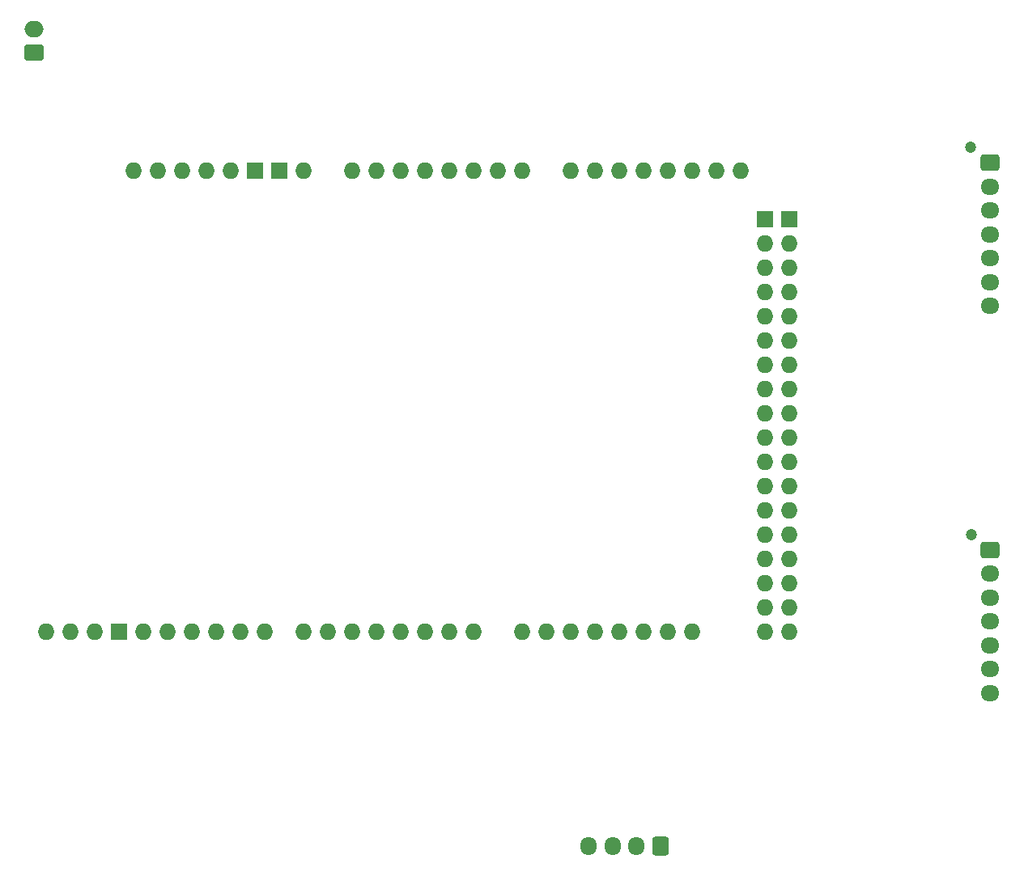
<source format=gbr>
%TF.GenerationSoftware,KiCad,Pcbnew,8.0.1*%
%TF.CreationDate,2024-05-22T11:23:19+02:00*%
%TF.ProjectId,Master,4d617374-6572-42e6-9b69-6361645f7063,rev?*%
%TF.SameCoordinates,Original*%
%TF.FileFunction,Soldermask,Bot*%
%TF.FilePolarity,Negative*%
%FSLAX46Y46*%
G04 Gerber Fmt 4.6, Leading zero omitted, Abs format (unit mm)*
G04 Created by KiCad (PCBNEW 8.0.1) date 2024-05-22 11:23:19*
%MOMM*%
%LPD*%
G01*
G04 APERTURE LIST*
G04 Aperture macros list*
%AMRoundRect*
0 Rectangle with rounded corners*
0 $1 Rounding radius*
0 $2 $3 $4 $5 $6 $7 $8 $9 X,Y pos of 4 corners*
0 Add a 4 corners polygon primitive as box body*
4,1,4,$2,$3,$4,$5,$6,$7,$8,$9,$2,$3,0*
0 Add four circle primitives for the rounded corners*
1,1,$1+$1,$2,$3*
1,1,$1+$1,$4,$5*
1,1,$1+$1,$6,$7*
1,1,$1+$1,$8,$9*
0 Add four rect primitives between the rounded corners*
20,1,$1+$1,$2,$3,$4,$5,0*
20,1,$1+$1,$4,$5,$6,$7,0*
20,1,$1+$1,$6,$7,$8,$9,0*
20,1,$1+$1,$8,$9,$2,$3,0*%
G04 Aperture macros list end*
%ADD10C,1.200000*%
%ADD11RoundRect,0.250000X-0.725000X0.600000X-0.725000X-0.600000X0.725000X-0.600000X0.725000X0.600000X0*%
%ADD12O,1.950000X1.700000*%
%ADD13RoundRect,0.250000X0.600000X0.725000X-0.600000X0.725000X-0.600000X-0.725000X0.600000X-0.725000X0*%
%ADD14O,1.700000X1.950000*%
%ADD15O,1.727200X1.727200*%
%ADD16R,1.727200X1.727200*%
%ADD17RoundRect,0.250000X0.750000X-0.600000X0.750000X0.600000X-0.750000X0.600000X-0.750000X-0.600000X0*%
%ADD18O,2.000000X1.700000*%
G04 APERTURE END LIST*
D10*
%TO.C,J2*%
X196525000Y-110400000D03*
D11*
X198525000Y-112000000D03*
D12*
X198525000Y-114500000D03*
X198525000Y-117000000D03*
X198525000Y-119500000D03*
X198525000Y-122000000D03*
X198525000Y-124500000D03*
X198525000Y-127000000D03*
%TD*%
D13*
%TO.C,J6*%
X164000000Y-143000000D03*
D14*
X161500000Y-143000000D03*
X159000000Y-143000000D03*
X156500000Y-143000000D03*
%TD*%
D15*
%TO.C,A1*%
X108940000Y-72340000D03*
X116560000Y-72340000D03*
X119100000Y-72340000D03*
X174980000Y-120600000D03*
X177520000Y-120600000D03*
X131800000Y-72340000D03*
X134340000Y-72340000D03*
X136880000Y-72340000D03*
X139420000Y-72340000D03*
X141960000Y-72340000D03*
X144500000Y-72340000D03*
X147040000Y-72340000D03*
X149580000Y-72340000D03*
X154660000Y-72340000D03*
X157200000Y-72340000D03*
X159740000Y-72340000D03*
X162280000Y-72340000D03*
X164820000Y-72340000D03*
X167360000Y-72340000D03*
X169900000Y-72340000D03*
X172440000Y-72340000D03*
X104876000Y-120600000D03*
X144500000Y-120600000D03*
X141960000Y-120600000D03*
X139420000Y-120600000D03*
X136880000Y-120600000D03*
X134340000Y-120600000D03*
X131800000Y-120600000D03*
X129260000Y-120600000D03*
X126720000Y-120600000D03*
X122656000Y-120600000D03*
X120116000Y-120600000D03*
X117576000Y-120600000D03*
X115036000Y-120600000D03*
X112496000Y-120600000D03*
X109956000Y-120600000D03*
X149580000Y-120600000D03*
X152120000Y-120600000D03*
X154660000Y-120600000D03*
X157200000Y-120600000D03*
X159740000Y-120600000D03*
X162280000Y-120600000D03*
X164820000Y-120600000D03*
X167360000Y-120600000D03*
X174980000Y-118060000D03*
X177520000Y-118060000D03*
X174980000Y-115520000D03*
X177520000Y-115520000D03*
X174980000Y-112980000D03*
X177520000Y-112980000D03*
X174980000Y-110440000D03*
X177520000Y-110440000D03*
X174980000Y-107900000D03*
X177520000Y-107900000D03*
X174980000Y-105360000D03*
X177520000Y-105360000D03*
X174980000Y-102820000D03*
X177520000Y-102820000D03*
X174980000Y-100280000D03*
X177520000Y-100280000D03*
X174980000Y-97740000D03*
X177520000Y-97740000D03*
X174980000Y-95200000D03*
X177520000Y-95200000D03*
X174980000Y-92660000D03*
X177520000Y-92660000D03*
X174980000Y-90120000D03*
X177520000Y-90120000D03*
X174980000Y-87580000D03*
X177520000Y-87580000D03*
X174980000Y-85040000D03*
X177520000Y-85040000D03*
X174980000Y-82500000D03*
X177520000Y-82500000D03*
X174980000Y-79960000D03*
X177520000Y-79960000D03*
D16*
X107416000Y-120600000D03*
X121640000Y-72340000D03*
X124180000Y-72340000D03*
X174980000Y-77420000D03*
X177520000Y-77420000D03*
D15*
X111480000Y-72340000D03*
X114020000Y-72340000D03*
X99796000Y-120600000D03*
X102336000Y-120600000D03*
X126720000Y-72340000D03*
%TD*%
D10*
%TO.C,J1*%
X196500000Y-69900000D03*
D11*
X198500000Y-71500000D03*
D12*
X198500000Y-74000000D03*
X198500000Y-76500000D03*
X198500000Y-79000000D03*
X198500000Y-81500000D03*
X198500000Y-84000000D03*
X198500000Y-86500000D03*
%TD*%
D17*
%TO.C,J3*%
X98500000Y-60000000D03*
D18*
X98500000Y-57500000D03*
%TD*%
M02*

</source>
